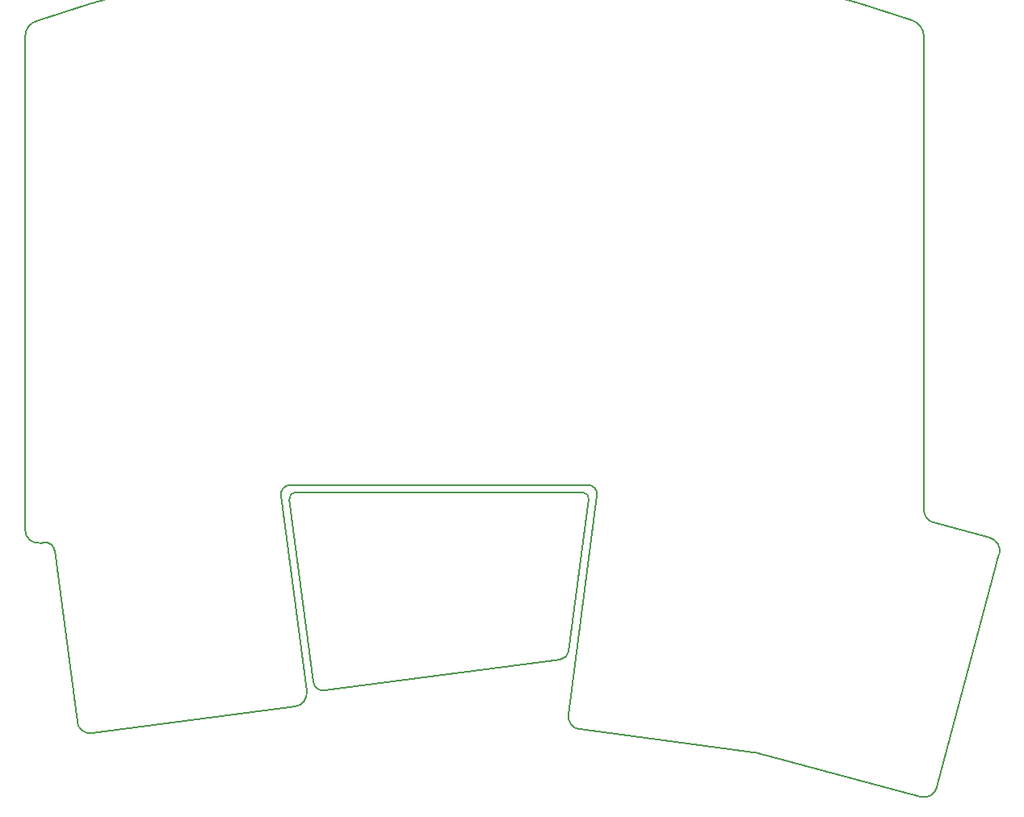
<source format=gm1>
G04 #@! TF.GenerationSoftware,KiCad,Pcbnew,8.0.2-1*
G04 #@! TF.CreationDate,2024-07-14T12:39:06+08:00*
G04 #@! TF.ProjectId,Kretstr_d_v2_PG1316,4b726574-7374-472e-9464-5f76325f5047,rev?*
G04 #@! TF.SameCoordinates,Original*
G04 #@! TF.FileFunction,Profile,NP*
%FSLAX46Y46*%
G04 Gerber Fmt 4.6, Leading zero omitted, Abs format (unit mm)*
G04 Created by KiCad (PCBNEW 8.0.2-1) date 2024-07-14 12:39:06*
%MOMM*%
%LPD*%
G01*
G04 APERTURE LIST*
G04 #@! TA.AperFunction,Profile*
%ADD10C,0.150000*%
G04 #@! TD*
G04 APERTURE END LIST*
D10*
X108426587Y-125548064D02*
G75*
G02*
X107221294Y-127118766I-1388087J-182636D01*
G01*
X135886464Y-121326406D02*
G75*
G02*
X135025570Y-122187182I-991464J130706D01*
G01*
X137057564Y-129522770D02*
X155252729Y-131918209D01*
X173128112Y-56858591D02*
X173128112Y-106502087D01*
X80886919Y-109929828D02*
X80487185Y-109982454D01*
X155432339Y-131953936D02*
X172773450Y-136600472D01*
X171856400Y-55143400D02*
G75*
G02*
X173128072Y-56858591I-502800J-1701800D01*
G01*
X107211769Y-104686000D02*
X137395718Y-104686000D01*
X155252729Y-131918209D02*
G75*
G02*
X155432337Y-131953943I-182729J-1387691D01*
G01*
X181043189Y-111146570D02*
X174488093Y-135610523D01*
X82008945Y-110791165D02*
X84361052Y-128715613D01*
X110269384Y-125446376D02*
X135025567Y-122187162D01*
X80886919Y-109929828D02*
G75*
G02*
X82009003Y-110791157I130481J-991572D01*
G01*
X105725668Y-105016526D02*
G75*
G02*
X106717112Y-103886013I991432J130526D01*
G01*
X80164858Y-55219600D02*
G75*
G02*
X171856400Y-55143401I45956212J-132856820D01*
G01*
X109147413Y-124585457D02*
X106616902Y-105364316D01*
X106717112Y-103886000D02*
X137880093Y-103888558D01*
X137990572Y-105364414D02*
X135886464Y-121326406D01*
X105725668Y-105016526D02*
X108426587Y-125548064D01*
X174165765Y-107854383D02*
G75*
G02*
X173128116Y-106502087I362335J1352283D01*
G01*
X137880093Y-103888558D02*
G75*
G02*
X138871492Y-105019089I-93J-1000042D01*
G01*
X137395718Y-104686000D02*
G75*
G02*
X137990554Y-105364412I-18J-600000D01*
G01*
X137057564Y-129522770D02*
G75*
G02*
X135852225Y-127952003I182736J1388070D01*
G01*
X78904448Y-56858591D02*
X78904448Y-108594431D01*
X138871456Y-105019084D02*
X135852279Y-127952010D01*
X85931889Y-129921485D02*
X107221283Y-127118683D01*
X110269384Y-125446376D02*
G75*
G02*
X109147433Y-124585454I-130484J991476D01*
G01*
X80487185Y-109982454D02*
G75*
G02*
X78904363Y-108594431I-182785J1388054D01*
G01*
X78904448Y-56858591D02*
G75*
G02*
X80164864Y-55219624I1685552J7891D01*
G01*
X174488093Y-135610523D02*
G75*
G02*
X172773447Y-136600485I-1352293J362323D01*
G01*
X174165765Y-107854383D02*
X180053240Y-109431926D01*
X106616902Y-105364316D02*
G75*
G02*
X107211769Y-104685969I594898J78316D01*
G01*
X85931889Y-129921485D02*
G75*
G02*
X84360967Y-128715624I-182689J1388185D01*
G01*
X180053240Y-109431926D02*
G75*
G02*
X181043168Y-111146564I-362340J-1352274D01*
G01*
M02*

</source>
